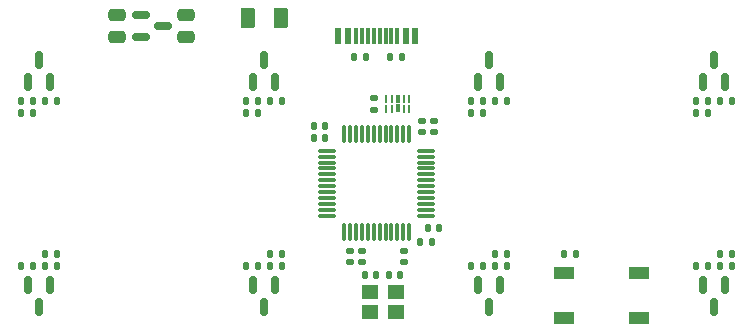
<source format=gbr>
%TF.GenerationSoftware,KiCad,Pcbnew,7.0.5*%
%TF.CreationDate,2024-04-29T12:28:37+10:00*%
%TF.ProjectId,8 key thingy,38206b65-7920-4746-9869-6e67792e6b69,rev?*%
%TF.SameCoordinates,Original*%
%TF.FileFunction,Paste,Bot*%
%TF.FilePolarity,Positive*%
%FSLAX46Y46*%
G04 Gerber Fmt 4.6, Leading zero omitted, Abs format (unit mm)*
G04 Created by KiCad (PCBNEW 7.0.5) date 2024-04-29 12:28:37*
%MOMM*%
%LPD*%
G01*
G04 APERTURE LIST*
G04 Aperture macros list*
%AMRoundRect*
0 Rectangle with rounded corners*
0 $1 Rounding radius*
0 $2 $3 $4 $5 $6 $7 $8 $9 X,Y pos of 4 corners*
0 Add a 4 corners polygon primitive as box body*
4,1,4,$2,$3,$4,$5,$6,$7,$8,$9,$2,$3,0*
0 Add four circle primitives for the rounded corners*
1,1,$1+$1,$2,$3*
1,1,$1+$1,$4,$5*
1,1,$1+$1,$6,$7*
1,1,$1+$1,$8,$9*
0 Add four rect primitives between the rounded corners*
20,1,$1+$1,$2,$3,$4,$5,0*
20,1,$1+$1,$4,$5,$6,$7,0*
20,1,$1+$1,$6,$7,$8,$9,0*
20,1,$1+$1,$8,$9,$2,$3,0*%
G04 Aperture macros list end*
%ADD10RoundRect,0.135000X-0.185000X0.135000X-0.185000X-0.135000X0.185000X-0.135000X0.185000X0.135000X0*%
%ADD11RoundRect,0.150000X0.150000X-0.587500X0.150000X0.587500X-0.150000X0.587500X-0.150000X-0.587500X0*%
%ADD12RoundRect,0.135000X-0.135000X-0.185000X0.135000X-0.185000X0.135000X0.185000X-0.135000X0.185000X0*%
%ADD13RoundRect,0.140000X0.140000X0.170000X-0.140000X0.170000X-0.140000X-0.170000X0.140000X-0.170000X0*%
%ADD14RoundRect,0.140000X-0.170000X0.140000X-0.170000X-0.140000X0.170000X-0.140000X0.170000X0.140000X0*%
%ADD15R,1.700000X1.000000*%
%ADD16RoundRect,0.140000X-0.140000X-0.170000X0.140000X-0.170000X0.140000X0.170000X-0.140000X0.170000X0*%
%ADD17RoundRect,0.150000X-0.587500X-0.150000X0.587500X-0.150000X0.587500X0.150000X-0.587500X0.150000X0*%
%ADD18RoundRect,0.135000X0.135000X0.185000X-0.135000X0.185000X-0.135000X-0.185000X0.135000X-0.185000X0*%
%ADD19RoundRect,0.250000X-0.475000X0.250000X-0.475000X-0.250000X0.475000X-0.250000X0.475000X0.250000X0*%
%ADD20R,0.200000X0.675000*%
%ADD21R,0.400000X0.775000*%
%ADD22RoundRect,0.250000X0.475000X-0.250000X0.475000X0.250000X-0.475000X0.250000X-0.475000X-0.250000X0*%
%ADD23RoundRect,0.150000X-0.150000X0.587500X-0.150000X-0.587500X0.150000X-0.587500X0.150000X0.587500X0*%
%ADD24RoundRect,0.075000X0.075000X-0.662500X0.075000X0.662500X-0.075000X0.662500X-0.075000X-0.662500X0*%
%ADD25RoundRect,0.075000X0.662500X-0.075000X0.662500X0.075000X-0.662500X0.075000X-0.662500X-0.075000X0*%
%ADD26R,1.400000X1.200000*%
%ADD27RoundRect,0.250000X0.375000X0.625000X-0.375000X0.625000X-0.375000X-0.625000X0.375000X-0.625000X0*%
%ADD28R,0.600000X1.450000*%
%ADD29R,0.300000X1.450000*%
G04 APERTURE END LIST*
D10*
%TO.C,R5*%
X66421000Y-40384000D03*
X66421000Y-41404000D03*
%TD*%
D11*
%TO.C,HALL2*%
X58100000Y-39037500D03*
X56200000Y-39037500D03*
X57150000Y-37162500D03*
%TD*%
D12*
%TO.C,R8*%
X74674000Y-40640000D03*
X75694000Y-40640000D03*
%TD*%
D13*
%TO.C,C15*%
X39596000Y-40640000D03*
X38636000Y-40640000D03*
%TD*%
D14*
%TO.C,C14*%
X68961000Y-53368000D03*
X68961000Y-54328000D03*
%TD*%
D13*
%TO.C,C9*%
X71981000Y-51435000D03*
X71021000Y-51435000D03*
%TD*%
D15*
%TO.C,SW2*%
X88875000Y-55250000D03*
X82575000Y-55250000D03*
X88875000Y-59050000D03*
X82575000Y-59050000D03*
%TD*%
D16*
%TO.C,C29*%
X93754000Y-54610000D03*
X94714000Y-54610000D03*
%TD*%
D17*
%TO.C,U1*%
X46687500Y-35240000D03*
X46687500Y-33340000D03*
X48562500Y-34290000D03*
%TD*%
D18*
%TO.C,R2*%
X68836000Y-36957000D03*
X67816000Y-36957000D03*
%TD*%
D11*
%TO.C,HALL1*%
X39050000Y-39037500D03*
X37150000Y-39037500D03*
X38100000Y-37162500D03*
%TD*%
D13*
%TO.C,C18*%
X56614000Y-41656000D03*
X55654000Y-41656000D03*
%TD*%
D19*
%TO.C,C3*%
X44704000Y-33340000D03*
X44704000Y-35240000D03*
%TD*%
D14*
%TO.C,C11*%
X65405000Y-53368000D03*
X65405000Y-54328000D03*
%TD*%
D16*
%TO.C,C5*%
X61369000Y-42799000D03*
X62329000Y-42799000D03*
%TD*%
D20*
%TO.C,U2*%
X69453000Y-41331500D03*
X68953000Y-41331500D03*
D21*
X68453000Y-41281500D03*
D20*
X67953000Y-41331500D03*
X67453000Y-41331500D03*
X67453000Y-40456500D03*
X67953000Y-40456500D03*
D21*
X68453000Y-40506500D03*
D20*
X68953000Y-40456500D03*
X69453000Y-40456500D03*
%TD*%
D16*
%TO.C,C25*%
X55654000Y-54610000D03*
X56614000Y-54610000D03*
%TD*%
D13*
%TO.C,C21*%
X96746000Y-40640000D03*
X95786000Y-40640000D03*
%TD*%
D12*
%TO.C,R7*%
X55624000Y-40640000D03*
X56644000Y-40640000D03*
%TD*%
D14*
%TO.C,C7*%
X71501000Y-42319000D03*
X71501000Y-43279000D03*
%TD*%
D16*
%TO.C,C27*%
X74704000Y-54610000D03*
X75664000Y-54610000D03*
%TD*%
D18*
%TO.C,R10*%
X39625999Y-54610000D03*
X38605999Y-54610000D03*
%TD*%
D13*
%TO.C,C16*%
X37564000Y-41656000D03*
X36604000Y-41656000D03*
%TD*%
D11*
%TO.C,HALL4*%
X96200000Y-39037500D03*
X94300000Y-39037500D03*
X95250000Y-37162500D03*
%TD*%
D22*
%TO.C,C2*%
X50546000Y-35240000D03*
X50546000Y-33340000D03*
%TD*%
D11*
%TO.C,HALL3*%
X77150000Y-39037500D03*
X75250000Y-39037500D03*
X76200000Y-37162500D03*
%TD*%
D12*
%TO.C,R9*%
X93724000Y-40640000D03*
X94744000Y-40640000D03*
%TD*%
D23*
%TO.C,HALL5*%
X37150000Y-56212500D03*
X39050000Y-56212500D03*
X38100000Y-58087500D03*
%TD*%
D13*
%TO.C,C19*%
X77696000Y-40640000D03*
X76736000Y-40640000D03*
%TD*%
D16*
%TO.C,C30*%
X95785999Y-53594000D03*
X96745999Y-53594000D03*
%TD*%
D18*
%TO.C,R4*%
X83568000Y-53594000D03*
X82548000Y-53594000D03*
%TD*%
%TO.C,R11*%
X58675999Y-54610000D03*
X57655999Y-54610000D03*
%TD*%
D13*
%TO.C,C17*%
X58646000Y-40640000D03*
X57686000Y-40640000D03*
%TD*%
D18*
%TO.C,R3*%
X65788000Y-36957000D03*
X64768000Y-36957000D03*
%TD*%
%TO.C,R13*%
X96775999Y-54610000D03*
X95755999Y-54610000D03*
%TD*%
D16*
%TO.C,C26*%
X57685999Y-53594000D03*
X58645999Y-53594000D03*
%TD*%
D13*
%TO.C,C20*%
X75664000Y-41656000D03*
X74704000Y-41656000D03*
%TD*%
D23*
%TO.C,HALL8*%
X94300000Y-56212500D03*
X96200000Y-56212500D03*
X95250000Y-58087500D03*
%TD*%
D24*
%TO.C,U3*%
X69425000Y-51787500D03*
X68925000Y-51787500D03*
X68425000Y-51787500D03*
X67925000Y-51787500D03*
X67425000Y-51787500D03*
X66925000Y-51787500D03*
X66425000Y-51787500D03*
X65925000Y-51787500D03*
X65425000Y-51787500D03*
X64925000Y-51787500D03*
X64425000Y-51787500D03*
X63925000Y-51787500D03*
D25*
X62512500Y-50375000D03*
X62512500Y-49875000D03*
X62512500Y-49375000D03*
X62512500Y-48875000D03*
X62512500Y-48375000D03*
X62512500Y-47875000D03*
X62512500Y-47375000D03*
X62512500Y-46875000D03*
X62512500Y-46375000D03*
X62512500Y-45875000D03*
X62512500Y-45375000D03*
X62512500Y-44875000D03*
D24*
X63925000Y-43462500D03*
X64425000Y-43462500D03*
X64925000Y-43462500D03*
X65425000Y-43462500D03*
X65925000Y-43462500D03*
X66425000Y-43462500D03*
X66925000Y-43462500D03*
X67425000Y-43462500D03*
X67925000Y-43462500D03*
X68425000Y-43462500D03*
X68925000Y-43462500D03*
X69425000Y-43462500D03*
D25*
X70837500Y-44875000D03*
X70837500Y-45375000D03*
X70837500Y-45875000D03*
X70837500Y-46375000D03*
X70837500Y-46875000D03*
X70837500Y-47375000D03*
X70837500Y-47875000D03*
X70837500Y-48375000D03*
X70837500Y-48875000D03*
X70837500Y-49375000D03*
X70837500Y-49875000D03*
X70837500Y-50375000D03*
%TD*%
D13*
%TO.C,C22*%
X94714000Y-41656000D03*
X93754000Y-41656000D03*
%TD*%
D26*
%TO.C,Y1*%
X68283000Y-58508000D03*
X66083000Y-58508000D03*
X66083000Y-56808000D03*
X68283000Y-56808000D03*
%TD*%
D27*
%TO.C,F1*%
X58550000Y-33655000D03*
X55750000Y-33655000D03*
%TD*%
D16*
%TO.C,C23*%
X36604000Y-54610000D03*
X37564000Y-54610000D03*
%TD*%
D28*
%TO.C,J1*%
X63425000Y-35160000D03*
X64225000Y-35160000D03*
D29*
X65425000Y-35160000D03*
X66425000Y-35160000D03*
X66925000Y-35160000D03*
X67925000Y-35160000D03*
D28*
X69125000Y-35160000D03*
X69925000Y-35160000D03*
X69925000Y-35160000D03*
X69125000Y-35160000D03*
D29*
X68425000Y-35160000D03*
X67425000Y-35160000D03*
X65925000Y-35160000D03*
X64925000Y-35160000D03*
D28*
X64225000Y-35160000D03*
X63425000Y-35160000D03*
%TD*%
D14*
%TO.C,C10*%
X64389000Y-53368000D03*
X64389000Y-54328000D03*
%TD*%
D12*
%TO.C,R6*%
X36574000Y-40640000D03*
X37594000Y-40640000D03*
%TD*%
D13*
%TO.C,C13*%
X66647000Y-55372000D03*
X65687000Y-55372000D03*
%TD*%
D23*
%TO.C,HALL7*%
X75250000Y-56212500D03*
X77150000Y-56212500D03*
X76200000Y-58087500D03*
%TD*%
D16*
%TO.C,C4*%
X70386000Y-52578000D03*
X71346000Y-52578000D03*
%TD*%
%TO.C,C6*%
X61369000Y-43815000D03*
X62329000Y-43815000D03*
%TD*%
D23*
%TO.C,HALL6*%
X56200000Y-56212500D03*
X58100000Y-56212500D03*
X57150000Y-58087500D03*
%TD*%
D16*
%TO.C,C24*%
X38635999Y-53594000D03*
X39595999Y-53594000D03*
%TD*%
D14*
%TO.C,C8*%
X70485000Y-42319000D03*
X70485000Y-43279000D03*
%TD*%
D13*
%TO.C,C12*%
X68679000Y-55372000D03*
X67719000Y-55372000D03*
%TD*%
D18*
%TO.C,R12*%
X77725999Y-54610000D03*
X76705999Y-54610000D03*
%TD*%
D16*
%TO.C,C28*%
X76735999Y-53594000D03*
X77695999Y-53594000D03*
%TD*%
M02*

</source>
